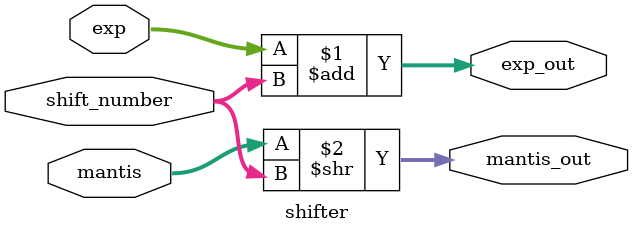
<source format=v>
module shifter (exp, mantis, shift_number, exp_out, mantis_out);
parameter MODE = 0; // 0-RIGHT, 1-LEFT

input [7:0] exp, shift_number;
input [27:0] mantis;
output [7:0] exp_out;
output [27:0] mantis_out;

generate
if (!MODE) begin
    assign exp_out = exp + shift_number;
    assign mantis_out = (mantis >> shift_number);
end
else begin
    assign exp_out = exp - shift_number;
    assign mantis_out = (mantis << shift_number);
end
endgenerate

endmodule

</source>
